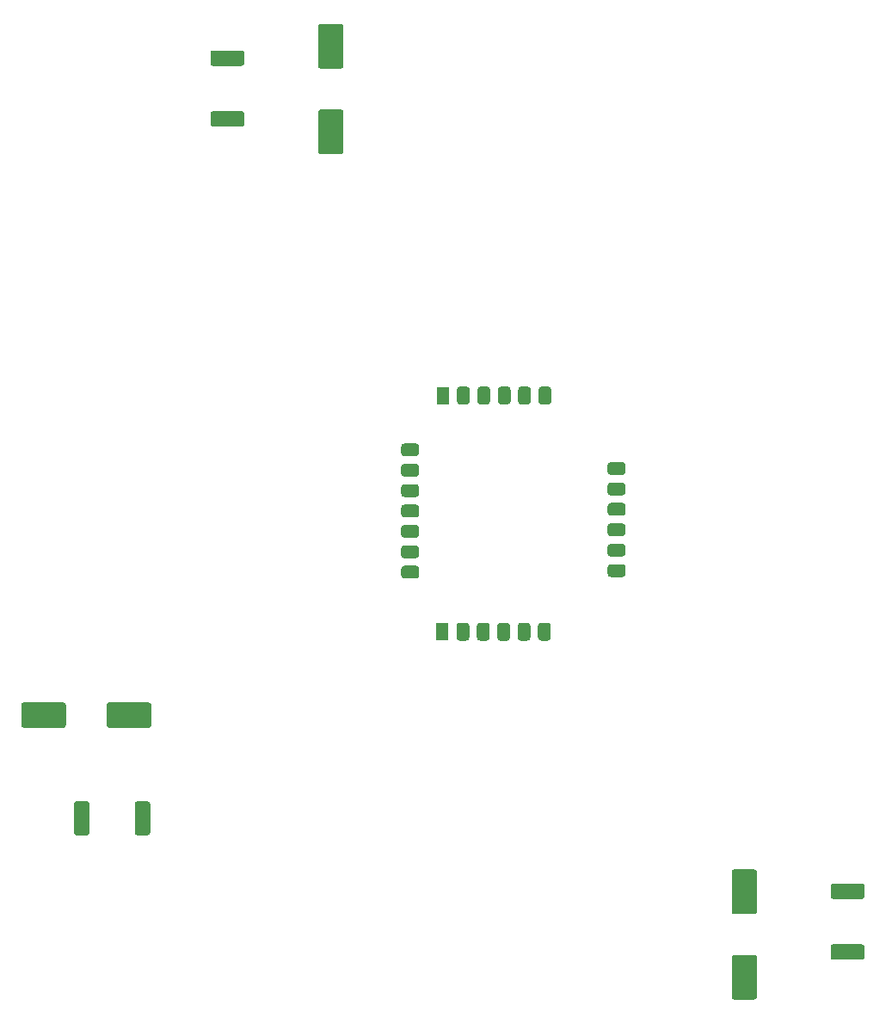
<source format=gbp>
%TF.GenerationSoftware,KiCad,Pcbnew,(5.1.12)-1*%
%TF.CreationDate,2021-12-15T00:56:12-05:00*%
%TF.ProjectId,P2_PowerSystem,50325f50-6f77-4657-9253-797374656d2e,rev?*%
%TF.SameCoordinates,Original*%
%TF.FileFunction,Paste,Bot*%
%TF.FilePolarity,Positive*%
%FSLAX46Y46*%
G04 Gerber Fmt 4.6, Leading zero omitted, Abs format (unit mm)*
G04 Created by KiCad (PCBNEW (5.1.12)-1) date 2021-12-15 00:56:12*
%MOMM*%
%LPD*%
G01*
G04 APERTURE LIST*
%ADD10R,1.270000X1.778000*%
G04 APERTURE END LIST*
%TO.C,C24*%
G36*
G01*
X201682860Y-76795880D02*
X199682860Y-76795880D01*
G75*
G02*
X199432860Y-76545880I0J250000D01*
G01*
X199432860Y-72645880D01*
G75*
G02*
X199682860Y-72395880I250000J0D01*
G01*
X201682860Y-72395880D01*
G75*
G02*
X201932860Y-72645880I0J-250000D01*
G01*
X201932860Y-76545880D01*
G75*
G02*
X201682860Y-76795880I-250000J0D01*
G01*
G37*
G36*
G01*
X201682860Y-85195880D02*
X199682860Y-85195880D01*
G75*
G02*
X199432860Y-84945880I0J250000D01*
G01*
X199432860Y-81045880D01*
G75*
G02*
X199682860Y-80795880I250000J0D01*
G01*
X201682860Y-80795880D01*
G75*
G02*
X201932860Y-81045880I0J-250000D01*
G01*
X201932860Y-84945880D01*
G75*
G02*
X201682860Y-85195880I-250000J0D01*
G01*
G37*
%TD*%
%TO.C,C11*%
G36*
G01*
X178610001Y-141394434D02*
X178610001Y-139394434D01*
G75*
G02*
X178860001Y-139144434I250000J0D01*
G01*
X182759999Y-139144434D01*
G75*
G02*
X183009999Y-139394434I0J-250000D01*
G01*
X183009999Y-141394434D01*
G75*
G02*
X182759999Y-141644434I-250000J0D01*
G01*
X178860001Y-141644434D01*
G75*
G02*
X178610001Y-141394434I0J250000D01*
G01*
G37*
G36*
G01*
X170210000Y-141394434D02*
X170210000Y-139394434D01*
G75*
G02*
X170460000Y-139144434I250000J0D01*
G01*
X174360000Y-139144434D01*
G75*
G02*
X174610000Y-139394434I0J-250000D01*
G01*
X174610000Y-141394434D01*
G75*
G02*
X174360000Y-141644434I-250000J0D01*
G01*
X170460000Y-141644434D01*
G75*
G02*
X170210000Y-141394434I0J250000D01*
G01*
G37*
%TD*%
%TO.C,C7*%
G36*
G01*
X242380000Y-159984434D02*
X240380000Y-159984434D01*
G75*
G02*
X240130000Y-159734434I0J250000D01*
G01*
X240130000Y-155834434D01*
G75*
G02*
X240380000Y-155584434I250000J0D01*
G01*
X242380000Y-155584434D01*
G75*
G02*
X242630000Y-155834434I0J-250000D01*
G01*
X242630000Y-159734434D01*
G75*
G02*
X242380000Y-159984434I-250000J0D01*
G01*
G37*
G36*
G01*
X242380000Y-168384434D02*
X240380000Y-168384434D01*
G75*
G02*
X240130000Y-168134434I0J250000D01*
G01*
X240130000Y-164234434D01*
G75*
G02*
X240380000Y-163984434I250000J0D01*
G01*
X242380000Y-163984434D01*
G75*
G02*
X242630000Y-164234434I0J-250000D01*
G01*
X242630000Y-168134434D01*
G75*
G02*
X242380000Y-168384434I-250000J0D01*
G01*
G37*
%TD*%
%TO.C,U4*%
G36*
G01*
X209376000Y-113975334D02*
X209376000Y-114610334D01*
G75*
G02*
X209058500Y-114927834I-317500J0D01*
G01*
X207915500Y-114927834D01*
G75*
G02*
X207598000Y-114610334I0J317500D01*
G01*
X207598000Y-113975334D01*
G75*
G02*
X207915500Y-113657834I317500J0D01*
G01*
X209058500Y-113657834D01*
G75*
G02*
X209376000Y-113975334I0J-317500D01*
G01*
G37*
G36*
G01*
X209376000Y-115981934D02*
X209376000Y-116616934D01*
G75*
G02*
X209058500Y-116934434I-317500J0D01*
G01*
X207915500Y-116934434D01*
G75*
G02*
X207598000Y-116616934I0J317500D01*
G01*
X207598000Y-115981934D01*
G75*
G02*
X207915500Y-115664434I317500J0D01*
G01*
X209058500Y-115664434D01*
G75*
G02*
X209376000Y-115981934I0J-317500D01*
G01*
G37*
G36*
G01*
X209376000Y-117988534D02*
X209376000Y-118623534D01*
G75*
G02*
X209058500Y-118941034I-317500J0D01*
G01*
X207915500Y-118941034D01*
G75*
G02*
X207598000Y-118623534I0J317500D01*
G01*
X207598000Y-117988534D01*
G75*
G02*
X207915500Y-117671034I317500J0D01*
G01*
X209058500Y-117671034D01*
G75*
G02*
X209376000Y-117988534I0J-317500D01*
G01*
G37*
G36*
G01*
X209376000Y-119995134D02*
X209376000Y-120630134D01*
G75*
G02*
X209058500Y-120947634I-317500J0D01*
G01*
X207915500Y-120947634D01*
G75*
G02*
X207598000Y-120630134I0J317500D01*
G01*
X207598000Y-119995134D01*
G75*
G02*
X207915500Y-119677634I317500J0D01*
G01*
X209058500Y-119677634D01*
G75*
G02*
X209376000Y-119995134I0J-317500D01*
G01*
G37*
G36*
G01*
X209376000Y-122001734D02*
X209376000Y-122636734D01*
G75*
G02*
X209058500Y-122954234I-317500J0D01*
G01*
X207915500Y-122954234D01*
G75*
G02*
X207598000Y-122636734I0J317500D01*
G01*
X207598000Y-122001734D01*
G75*
G02*
X207915500Y-121684234I317500J0D01*
G01*
X209058500Y-121684234D01*
G75*
G02*
X209376000Y-122001734I0J-317500D01*
G01*
G37*
G36*
G01*
X209376000Y-124008334D02*
X209376000Y-124643334D01*
G75*
G02*
X209058500Y-124960834I-317500J0D01*
G01*
X207915500Y-124960834D01*
G75*
G02*
X207598000Y-124643334I0J317500D01*
G01*
X207598000Y-124008334D01*
G75*
G02*
X207915500Y-123690834I317500J0D01*
G01*
X209058500Y-123690834D01*
G75*
G02*
X209376000Y-124008334I0J-317500D01*
G01*
G37*
G36*
G01*
X222393500Y-108377734D02*
X222393500Y-109520734D01*
G75*
G02*
X222076000Y-109838234I-317500J0D01*
G01*
X221441000Y-109838234D01*
G75*
G02*
X221123500Y-109520734I0J317500D01*
G01*
X221123500Y-108377734D01*
G75*
G02*
X221441000Y-108060234I317500J0D01*
G01*
X222076000Y-108060234D01*
G75*
G02*
X222393500Y-108377734I0J-317500D01*
G01*
G37*
G36*
G01*
X216373700Y-108377734D02*
X216373700Y-109520734D01*
G75*
G02*
X216056200Y-109838234I-317500J0D01*
G01*
X215421200Y-109838234D01*
G75*
G02*
X215103700Y-109520734I0J317500D01*
G01*
X215103700Y-108377734D01*
G75*
G02*
X215421200Y-108060234I317500J0D01*
G01*
X216056200Y-108060234D01*
G75*
G02*
X216373700Y-108377734I0J-317500D01*
G01*
G37*
G36*
G01*
X214367100Y-108377734D02*
X214367100Y-109520734D01*
G75*
G02*
X214049600Y-109838234I-317500J0D01*
G01*
X213414600Y-109838234D01*
G75*
G02*
X213097100Y-109520734I0J317500D01*
G01*
X213097100Y-108377734D01*
G75*
G02*
X213414600Y-108060234I317500J0D01*
G01*
X214049600Y-108060234D01*
G75*
G02*
X214367100Y-108377734I0J-317500D01*
G01*
G37*
G36*
G01*
X220386900Y-108377734D02*
X220386900Y-109520734D01*
G75*
G02*
X220069400Y-109838234I-317500J0D01*
G01*
X219434400Y-109838234D01*
G75*
G02*
X219116900Y-109520734I0J317500D01*
G01*
X219116900Y-108377734D01*
G75*
G02*
X219434400Y-108060234I317500J0D01*
G01*
X220069400Y-108060234D01*
G75*
G02*
X220386900Y-108377734I0J-317500D01*
G01*
G37*
G36*
G01*
X218380300Y-108377734D02*
X218380300Y-109520734D01*
G75*
G02*
X218062800Y-109838234I-317500J0D01*
G01*
X217427800Y-109838234D01*
G75*
G02*
X217110300Y-109520734I0J317500D01*
G01*
X217110300Y-108377734D01*
G75*
G02*
X217427800Y-108060234I317500J0D01*
G01*
X218062800Y-108060234D01*
G75*
G02*
X218380300Y-108377734I0J-317500D01*
G01*
G37*
D10*
X211725500Y-108949234D03*
G36*
G01*
X222342700Y-131618734D02*
X222342700Y-132761734D01*
G75*
G02*
X222025200Y-133079234I-317500J0D01*
G01*
X221390200Y-133079234D01*
G75*
G02*
X221072700Y-132761734I0J317500D01*
G01*
X221072700Y-131618734D01*
G75*
G02*
X221390200Y-131301234I317500J0D01*
G01*
X222025200Y-131301234D01*
G75*
G02*
X222342700Y-131618734I0J-317500D01*
G01*
G37*
G36*
G01*
X216322900Y-131618734D02*
X216322900Y-132761734D01*
G75*
G02*
X216005400Y-133079234I-317500J0D01*
G01*
X215370400Y-133079234D01*
G75*
G02*
X215052900Y-132761734I0J317500D01*
G01*
X215052900Y-131618734D01*
G75*
G02*
X215370400Y-131301234I317500J0D01*
G01*
X216005400Y-131301234D01*
G75*
G02*
X216322900Y-131618734I0J-317500D01*
G01*
G37*
G36*
G01*
X214316300Y-131618734D02*
X214316300Y-132761734D01*
G75*
G02*
X213998800Y-133079234I-317500J0D01*
G01*
X213363800Y-133079234D01*
G75*
G02*
X213046300Y-132761734I0J317500D01*
G01*
X213046300Y-131618734D01*
G75*
G02*
X213363800Y-131301234I317500J0D01*
G01*
X213998800Y-131301234D01*
G75*
G02*
X214316300Y-131618734I0J-317500D01*
G01*
G37*
G36*
G01*
X220336100Y-131618734D02*
X220336100Y-132761734D01*
G75*
G02*
X220018600Y-133079234I-317500J0D01*
G01*
X219383600Y-133079234D01*
G75*
G02*
X219066100Y-132761734I0J317500D01*
G01*
X219066100Y-131618734D01*
G75*
G02*
X219383600Y-131301234I317500J0D01*
G01*
X220018600Y-131301234D01*
G75*
G02*
X220336100Y-131618734I0J-317500D01*
G01*
G37*
G36*
G01*
X218329500Y-131618734D02*
X218329500Y-132761734D01*
G75*
G02*
X218012000Y-133079234I-317500J0D01*
G01*
X217377000Y-133079234D01*
G75*
G02*
X217059500Y-132761734I0J317500D01*
G01*
X217059500Y-131618734D01*
G75*
G02*
X217377000Y-131301234I317500J0D01*
G01*
X218012000Y-131301234D01*
G75*
G02*
X218329500Y-131618734I0J-317500D01*
G01*
G37*
X211674700Y-132190234D03*
G36*
G01*
X229696000Y-115819934D02*
X229696000Y-116454934D01*
G75*
G02*
X229378500Y-116772434I-317500J0D01*
G01*
X228235500Y-116772434D01*
G75*
G02*
X227918000Y-116454934I0J317500D01*
G01*
X227918000Y-115819934D01*
G75*
G02*
X228235500Y-115502434I317500J0D01*
G01*
X229378500Y-115502434D01*
G75*
G02*
X229696000Y-115819934I0J-317500D01*
G01*
G37*
G36*
G01*
X229696000Y-117826534D02*
X229696000Y-118461534D01*
G75*
G02*
X229378500Y-118779034I-317500J0D01*
G01*
X228235500Y-118779034D01*
G75*
G02*
X227918000Y-118461534I0J317500D01*
G01*
X227918000Y-117826534D01*
G75*
G02*
X228235500Y-117509034I317500J0D01*
G01*
X229378500Y-117509034D01*
G75*
G02*
X229696000Y-117826534I0J-317500D01*
G01*
G37*
G36*
G01*
X229696000Y-119833134D02*
X229696000Y-120468134D01*
G75*
G02*
X229378500Y-120785634I-317500J0D01*
G01*
X228235500Y-120785634D01*
G75*
G02*
X227918000Y-120468134I0J317500D01*
G01*
X227918000Y-119833134D01*
G75*
G02*
X228235500Y-119515634I317500J0D01*
G01*
X229378500Y-119515634D01*
G75*
G02*
X229696000Y-119833134I0J-317500D01*
G01*
G37*
G36*
G01*
X229696000Y-121839734D02*
X229696000Y-122474734D01*
G75*
G02*
X229378500Y-122792234I-317500J0D01*
G01*
X228235500Y-122792234D01*
G75*
G02*
X227918000Y-122474734I0J317500D01*
G01*
X227918000Y-121839734D01*
G75*
G02*
X228235500Y-121522234I317500J0D01*
G01*
X229378500Y-121522234D01*
G75*
G02*
X229696000Y-121839734I0J-317500D01*
G01*
G37*
G36*
G01*
X229696000Y-123846334D02*
X229696000Y-124481334D01*
G75*
G02*
X229378500Y-124798834I-317500J0D01*
G01*
X228235500Y-124798834D01*
G75*
G02*
X227918000Y-124481334I0J317500D01*
G01*
X227918000Y-123846334D01*
G75*
G02*
X228235500Y-123528834I317500J0D01*
G01*
X229378500Y-123528834D01*
G75*
G02*
X229696000Y-123846334I0J-317500D01*
G01*
G37*
G36*
G01*
X229696000Y-125852934D02*
X229696000Y-126487934D01*
G75*
G02*
X229378500Y-126805434I-317500J0D01*
G01*
X228235500Y-126805434D01*
G75*
G02*
X227918000Y-126487934I0J317500D01*
G01*
X227918000Y-125852934D01*
G75*
G02*
X228235500Y-125535434I317500J0D01*
G01*
X229378500Y-125535434D01*
G75*
G02*
X229696000Y-125852934I0J-317500D01*
G01*
G37*
G36*
G01*
X209376000Y-126014934D02*
X209376000Y-126649934D01*
G75*
G02*
X209058500Y-126967434I-317500J0D01*
G01*
X207915500Y-126967434D01*
G75*
G02*
X207598000Y-126649934I0J317500D01*
G01*
X207598000Y-126014934D01*
G75*
G02*
X207915500Y-125697434I317500J0D01*
G01*
X209058500Y-125697434D01*
G75*
G02*
X209376000Y-126014934I0J-317500D01*
G01*
G37*
%TD*%
%TO.C,F5*%
G36*
G01*
X191925001Y-76515000D02*
X189074999Y-76515000D01*
G75*
G02*
X188825000Y-76265001I0J249999D01*
G01*
X188825000Y-75239999D01*
G75*
G02*
X189074999Y-74990000I249999J0D01*
G01*
X191925001Y-74990000D01*
G75*
G02*
X192175000Y-75239999I0J-249999D01*
G01*
X192175000Y-76265001D01*
G75*
G02*
X191925001Y-76515000I-249999J0D01*
G01*
G37*
G36*
G01*
X191925001Y-82490000D02*
X189074999Y-82490000D01*
G75*
G02*
X188825000Y-82240001I0J249999D01*
G01*
X188825000Y-81214999D01*
G75*
G02*
X189074999Y-80965000I249999J0D01*
G01*
X191925001Y-80965000D01*
G75*
G02*
X192175000Y-81214999I0J-249999D01*
G01*
X192175000Y-82240001D01*
G75*
G02*
X191925001Y-82490000I-249999J0D01*
G01*
G37*
%TD*%
%TO.C,F4*%
G36*
G01*
X176925000Y-149129433D02*
X176925000Y-151979435D01*
G75*
G02*
X176675001Y-152229434I-249999J0D01*
G01*
X175649999Y-152229434D01*
G75*
G02*
X175400000Y-151979435I0J249999D01*
G01*
X175400000Y-149129433D01*
G75*
G02*
X175649999Y-148879434I249999J0D01*
G01*
X176675001Y-148879434D01*
G75*
G02*
X176925000Y-149129433I0J-249999D01*
G01*
G37*
G36*
G01*
X182900000Y-149129433D02*
X182900000Y-151979435D01*
G75*
G02*
X182650001Y-152229434I-249999J0D01*
G01*
X181624999Y-152229434D01*
G75*
G02*
X181375000Y-151979435I0J249999D01*
G01*
X181375000Y-149129433D01*
G75*
G02*
X181624999Y-148879434I249999J0D01*
G01*
X182650001Y-148879434D01*
G75*
G02*
X182900000Y-149129433I0J-249999D01*
G01*
G37*
%TD*%
%TO.C,F3*%
G36*
G01*
X250114999Y-162939434D02*
X252965001Y-162939434D01*
G75*
G02*
X253215000Y-163189433I0J-249999D01*
G01*
X253215000Y-164214435D01*
G75*
G02*
X252965001Y-164464434I-249999J0D01*
G01*
X250114999Y-164464434D01*
G75*
G02*
X249865000Y-164214435I0J249999D01*
G01*
X249865000Y-163189433D01*
G75*
G02*
X250114999Y-162939434I249999J0D01*
G01*
G37*
G36*
G01*
X250114999Y-156964434D02*
X252965001Y-156964434D01*
G75*
G02*
X253215000Y-157214433I0J-249999D01*
G01*
X253215000Y-158239435D01*
G75*
G02*
X252965001Y-158489434I-249999J0D01*
G01*
X250114999Y-158489434D01*
G75*
G02*
X249865000Y-158239435I0J249999D01*
G01*
X249865000Y-157214433D01*
G75*
G02*
X250114999Y-156964434I249999J0D01*
G01*
G37*
%TD*%
M02*

</source>
